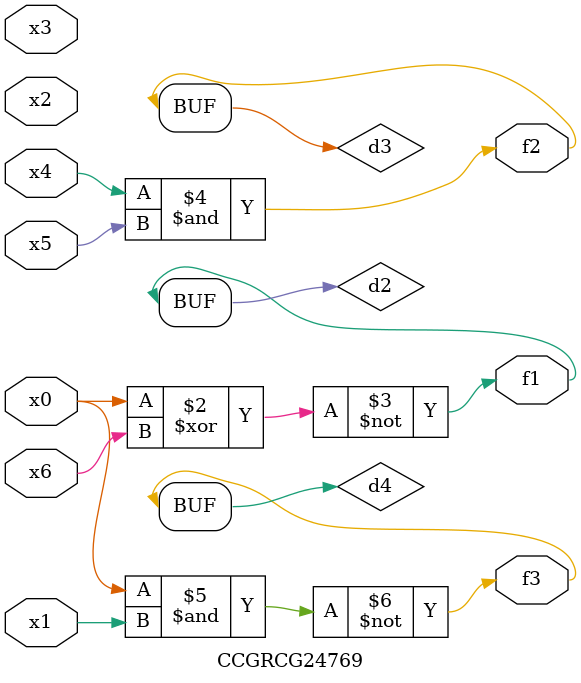
<source format=v>
module CCGRCG24769(
	input x0, x1, x2, x3, x4, x5, x6,
	output f1, f2, f3
);

	wire d1, d2, d3, d4;

	nor (d1, x0);
	xnor (d2, x0, x6);
	and (d3, x4, x5);
	nand (d4, x0, x1);
	assign f1 = d2;
	assign f2 = d3;
	assign f3 = d4;
endmodule

</source>
